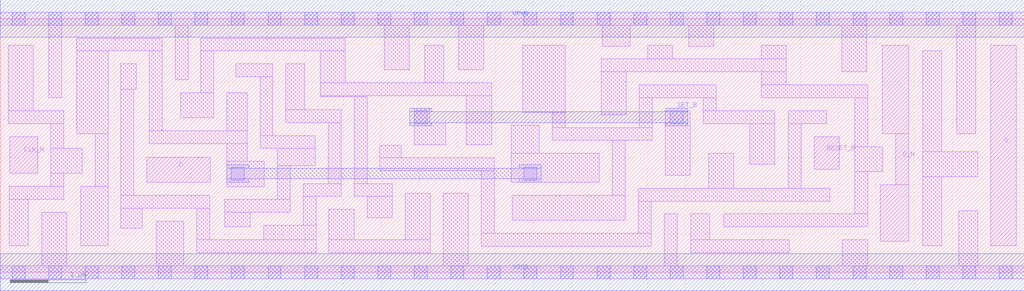
<source format=lef>
# Copyright 2020 The SkyWater PDK Authors
#
# Licensed under the Apache License, Version 2.0 (the "License");
# you may not use this file except in compliance with the License.
# You may obtain a copy of the License at
#
#     https://www.apache.org/licenses/LICENSE-2.0
#
# Unless required by applicable law or agreed to in writing, software
# distributed under the License is distributed on an "AS IS" BASIS,
# WITHOUT WARRANTIES OR CONDITIONS OF ANY KIND, either express or implied.
# See the License for the specific language governing permissions and
# limitations under the License.
#
# SPDX-License-Identifier: Apache-2.0

VERSION 5.7 ;
  NOWIREEXTENSIONATPIN ON ;
  DIVIDERCHAR "/" ;
  BUSBITCHARS "[]" ;
UNITS
  DATABASE MICRONS 200 ;
END UNITS
MACRO sky130_fd_sc_hs__dfbbn_1
  CLASS CORE ;
  FOREIGN sky130_fd_sc_hs__dfbbn_1 ;
  ORIGIN  0.000000  0.000000 ;
  SIZE  13.44000 BY  3.330000 ;
  SYMMETRY X Y ;
  SITE unit ;
  PIN D
    ANTENNAGATEAREA  0.126000 ;
    DIRECTION INPUT ;
    USE SIGNAL ;
    PORT
      LAYER li1 ;
        RECT 1.925000 1.180000 2.755000 1.510000 ;
    END
  END D
  PIN Q
    ANTENNADIFFAREA  0.519000 ;
    DIRECTION OUTPUT ;
    USE SIGNAL ;
    PORT
      LAYER li1 ;
        RECT 13.005000 0.350000 13.340000 2.980000 ;
    END
  END Q
  PIN Q_N
    ANTENNADIFFAREA  0.513400 ;
    DIRECTION OUTPUT ;
    USE SIGNAL ;
    PORT
      LAYER li1 ;
        RECT 11.555000 0.405000 11.925000 1.150000 ;
        RECT 11.575000 1.820000 11.925000 2.980000 ;
        RECT 11.755000 1.150000 11.925000 1.820000 ;
    END
  END Q_N
  PIN RESET_B
    ANTENNAGATEAREA  0.159000 ;
    DIRECTION INPUT ;
    USE SIGNAL ;
    PORT
      LAYER li1 ;
        RECT 10.685000 1.350000 11.015000 1.780000 ;
    END
  END RESET_B
  PIN SET_B
    ANTENNAGATEAREA  0.469500 ;
    DIRECTION INPUT ;
    USE SIGNAL ;
    PORT
      LAYER met1 ;
        RECT 5.375000 1.920000 5.665000 1.965000 ;
        RECT 5.375000 1.965000 9.025000 2.105000 ;
        RECT 5.375000 2.105000 5.665000 2.150000 ;
        RECT 8.735000 1.920000 9.025000 1.965000 ;
        RECT 8.735000 2.105000 9.025000 2.150000 ;
    END
  END SET_B
  PIN CLK_N
    ANTENNAGATEAREA  0.279000 ;
    DIRECTION INPUT ;
    USE CLOCK ;
    PORT
      LAYER li1 ;
        RECT 0.125000 1.300000 0.495000 1.780000 ;
    END
  END CLK_N
  PIN VGND
    DIRECTION INOUT ;
    USE GROUND ;
    PORT
      LAYER met1 ;
        RECT 0.000000 -0.245000 13.440000 0.245000 ;
    END
  END VGND
  PIN VPWR
    DIRECTION INOUT ;
    USE POWER ;
    PORT
      LAYER met1 ;
        RECT 0.000000 3.085000 13.440000 3.575000 ;
    END
  END VPWR
  OBS
    LAYER li1 ;
      RECT  0.000000 -0.085000 13.440000 0.085000 ;
      RECT  0.000000  3.245000 13.440000 3.415000 ;
      RECT  0.105000  1.950000  0.835000 2.120000 ;
      RECT  0.105000  2.120000  0.435000 2.980000 ;
      RECT  0.115000  0.350000  0.365000 0.960000 ;
      RECT  0.115000  0.960000  0.835000 1.130000 ;
      RECT  0.545000  0.085000  0.875000 0.790000 ;
      RECT  0.635000  2.290000  0.805000 3.245000 ;
      RECT  0.665000  1.130000  0.835000 1.300000 ;
      RECT  0.665000  1.300000  1.075000 1.630000 ;
      RECT  0.665000  1.630000  0.835000 1.950000 ;
      RECT  1.005000  1.820000  1.415000 2.905000 ;
      RECT  1.005000  2.905000  2.125000 3.075000 ;
      RECT  1.055000  0.350000  1.415000 1.130000 ;
      RECT  1.245000  1.130000  1.415000 1.820000 ;
      RECT  1.585000  0.575000  1.865000 0.840000 ;
      RECT  1.585000  0.840000  2.750000 1.010000 ;
      RECT  1.585000  1.010000  1.755000 2.405000 ;
      RECT  1.585000  2.405000  1.785000 2.735000 ;
      RECT  1.955000  1.685000  3.240000 1.855000 ;
      RECT  1.955000  1.855000  2.125000 2.905000 ;
      RECT  2.045000  0.085000  2.410000 0.670000 ;
      RECT  2.295000  2.525000  2.465000 3.245000 ;
      RECT  2.370000  2.025000  2.805000 2.355000 ;
      RECT  2.580000  0.255000  4.145000 0.425000 ;
      RECT  2.580000  0.425000  2.750000 0.840000 ;
      RECT  2.635000  2.355000  2.805000 2.905000 ;
      RECT  2.635000  2.905000  4.530000 3.075000 ;
      RECT  2.950000  0.595000  3.280000 0.785000 ;
      RECT  2.950000  0.785000  3.805000 0.955000 ;
      RECT  2.975000  1.125000  3.465000 1.455000 ;
      RECT  2.975000  1.455000  3.240000 1.685000 ;
      RECT  2.975000  1.855000  3.240000 2.355000 ;
      RECT  3.090000  2.565000  3.580000 2.735000 ;
      RECT  3.410000  1.625000  4.135000 1.795000 ;
      RECT  3.410000  1.795000  3.580000 2.565000 ;
      RECT  3.460000  0.425000  4.145000 0.615000 ;
      RECT  3.635000  0.955000  3.805000 1.395000 ;
      RECT  3.635000  1.395000  4.135000 1.625000 ;
      RECT  3.750000  1.965000  4.475000 2.135000 ;
      RECT  3.750000  2.135000  4.000000 2.735000 ;
      RECT  3.975000  0.615000  4.145000 0.995000 ;
      RECT  3.975000  0.995000  4.475000 1.165000 ;
      RECT  4.200000  2.305000  4.815000 2.320000 ;
      RECT  4.200000  2.320000  6.450000 2.490000 ;
      RECT  4.200000  2.490000  4.530000 2.905000 ;
      RECT  4.305000  1.165000  4.475000 1.965000 ;
      RECT  4.315000  0.255000  5.645000 0.425000 ;
      RECT  4.315000  0.425000  4.645000 0.825000 ;
      RECT  4.645000  0.995000  5.145000 1.165000 ;
      RECT  4.645000  1.165000  4.815000 2.305000 ;
      RECT  4.815000  0.715000  5.145000 0.995000 ;
      RECT  4.985000  1.335000  6.485000 1.505000 ;
      RECT  4.985000  1.505000  5.265000 1.665000 ;
      RECT  5.040000  2.660000  5.370000 3.245000 ;
      RECT  5.315000  0.425000  5.645000 1.035000 ;
      RECT  5.435000  1.675000  5.850000 1.960000 ;
      RECT  5.435000  1.960000  5.635000 2.150000 ;
      RECT  5.570000  2.490000  5.820000 2.980000 ;
      RECT  5.815000  0.085000  6.145000 1.035000 ;
      RECT  6.020000  2.660000  6.350000 3.245000 ;
      RECT  6.120000  1.675000  6.450000 2.320000 ;
      RECT  6.315000  0.340000  8.545000 0.510000 ;
      RECT  6.315000  0.510000  6.485000 1.335000 ;
      RECT  6.710000  1.180000  7.865000 1.560000 ;
      RECT  6.710000  1.560000  7.075000 1.930000 ;
      RECT  6.720000  0.680000  8.205000 1.010000 ;
      RECT  6.860000  2.100000  7.415000 2.980000 ;
      RECT  7.245000  1.730000  8.560000 1.900000 ;
      RECT  7.245000  1.900000  7.415000 2.100000 ;
      RECT  7.890000  2.070000  8.220000 2.630000 ;
      RECT  7.890000  2.630000 10.320000 2.800000 ;
      RECT  7.905000  2.970000  8.270000 3.245000 ;
      RECT  8.035000  1.010000  8.205000 1.730000 ;
      RECT  8.375000  0.510000  8.545000 0.935000 ;
      RECT  8.375000  0.935000 10.890000 1.105000 ;
      RECT  8.390000  1.900000  8.560000 2.290000 ;
      RECT  8.390000  2.290000  9.400000 2.460000 ;
      RECT  8.500000  2.800000  8.830000 2.980000 ;
      RECT  8.715000  0.085000  8.885000 0.765000 ;
      RECT  8.730000  1.275000  9.060000 2.120000 ;
      RECT  9.035000  2.970000  9.365000 3.245000 ;
      RECT  9.065000  0.255000 10.360000 0.425000 ;
      RECT  9.065000  0.425000  9.315000 0.765000 ;
      RECT  9.230000  1.950000 10.170000 2.120000 ;
      RECT  9.230000  2.120000  9.400000 2.290000 ;
      RECT  9.300000  1.105000  9.630000 1.560000 ;
      RECT  9.495000  0.595000 11.385000 0.765000 ;
      RECT  9.840000  1.420000 10.170000 1.950000 ;
      RECT  9.990000  2.290000 11.385000 2.460000 ;
      RECT  9.990000  2.460000 10.320000 2.630000 ;
      RECT  9.990000  2.800000 10.320000 2.980000 ;
      RECT 10.345000  1.105000 10.515000 1.950000 ;
      RECT 10.345000  1.950000 10.850000 2.120000 ;
      RECT 11.045000  2.630000 11.375000 3.245000 ;
      RECT 11.055000  0.085000 11.385000 0.425000 ;
      RECT 11.215000  0.765000 11.385000 1.320000 ;
      RECT 11.215000  1.320000 11.585000 1.650000 ;
      RECT 11.215000  1.650000 11.385000 2.290000 ;
      RECT 12.110000  0.350000 12.360000 1.255000 ;
      RECT 12.110000  1.255000 12.835000 1.585000 ;
      RECT 12.110000  1.585000 12.360000 2.910000 ;
      RECT 12.555000  1.820000 12.805000 3.245000 ;
      RECT 12.580000  0.085000 12.830000 0.810000 ;
    LAYER mcon ;
      RECT  0.155000 -0.085000  0.325000 0.085000 ;
      RECT  0.155000  3.245000  0.325000 3.415000 ;
      RECT  0.635000 -0.085000  0.805000 0.085000 ;
      RECT  0.635000  3.245000  0.805000 3.415000 ;
      RECT  1.115000 -0.085000  1.285000 0.085000 ;
      RECT  1.115000  3.245000  1.285000 3.415000 ;
      RECT  1.595000 -0.085000  1.765000 0.085000 ;
      RECT  1.595000  3.245000  1.765000 3.415000 ;
      RECT  2.075000 -0.085000  2.245000 0.085000 ;
      RECT  2.075000  3.245000  2.245000 3.415000 ;
      RECT  2.555000 -0.085000  2.725000 0.085000 ;
      RECT  2.555000  3.245000  2.725000 3.415000 ;
      RECT  3.035000 -0.085000  3.205000 0.085000 ;
      RECT  3.035000  1.210000  3.205000 1.380000 ;
      RECT  3.035000  3.245000  3.205000 3.415000 ;
      RECT  3.515000 -0.085000  3.685000 0.085000 ;
      RECT  3.515000  3.245000  3.685000 3.415000 ;
      RECT  3.995000 -0.085000  4.165000 0.085000 ;
      RECT  3.995000  3.245000  4.165000 3.415000 ;
      RECT  4.475000 -0.085000  4.645000 0.085000 ;
      RECT  4.475000  3.245000  4.645000 3.415000 ;
      RECT  4.955000 -0.085000  5.125000 0.085000 ;
      RECT  4.955000  3.245000  5.125000 3.415000 ;
      RECT  5.435000 -0.085000  5.605000 0.085000 ;
      RECT  5.435000  1.950000  5.605000 2.120000 ;
      RECT  5.435000  3.245000  5.605000 3.415000 ;
      RECT  5.915000 -0.085000  6.085000 0.085000 ;
      RECT  5.915000  3.245000  6.085000 3.415000 ;
      RECT  6.395000 -0.085000  6.565000 0.085000 ;
      RECT  6.395000  3.245000  6.565000 3.415000 ;
      RECT  6.875000 -0.085000  7.045000 0.085000 ;
      RECT  6.875000  1.210000  7.045000 1.380000 ;
      RECT  6.875000  3.245000  7.045000 3.415000 ;
      RECT  7.355000 -0.085000  7.525000 0.085000 ;
      RECT  7.355000  3.245000  7.525000 3.415000 ;
      RECT  7.835000 -0.085000  8.005000 0.085000 ;
      RECT  7.835000  3.245000  8.005000 3.415000 ;
      RECT  8.315000 -0.085000  8.485000 0.085000 ;
      RECT  8.315000  3.245000  8.485000 3.415000 ;
      RECT  8.795000 -0.085000  8.965000 0.085000 ;
      RECT  8.795000  1.950000  8.965000 2.120000 ;
      RECT  8.795000  3.245000  8.965000 3.415000 ;
      RECT  9.275000 -0.085000  9.445000 0.085000 ;
      RECT  9.275000  3.245000  9.445000 3.415000 ;
      RECT  9.755000 -0.085000  9.925000 0.085000 ;
      RECT  9.755000  3.245000  9.925000 3.415000 ;
      RECT 10.235000 -0.085000 10.405000 0.085000 ;
      RECT 10.235000  3.245000 10.405000 3.415000 ;
      RECT 10.715000 -0.085000 10.885000 0.085000 ;
      RECT 10.715000  3.245000 10.885000 3.415000 ;
      RECT 11.195000 -0.085000 11.365000 0.085000 ;
      RECT 11.195000  3.245000 11.365000 3.415000 ;
      RECT 11.675000 -0.085000 11.845000 0.085000 ;
      RECT 11.675000  3.245000 11.845000 3.415000 ;
      RECT 12.155000 -0.085000 12.325000 0.085000 ;
      RECT 12.155000  3.245000 12.325000 3.415000 ;
      RECT 12.635000 -0.085000 12.805000 0.085000 ;
      RECT 12.635000  3.245000 12.805000 3.415000 ;
      RECT 13.115000 -0.085000 13.285000 0.085000 ;
      RECT 13.115000  3.245000 13.285000 3.415000 ;
    LAYER met1 ;
      RECT 2.975000 1.180000 3.265000 1.225000 ;
      RECT 2.975000 1.225000 7.105000 1.365000 ;
      RECT 2.975000 1.365000 3.265000 1.410000 ;
      RECT 6.815000 1.180000 7.105000 1.225000 ;
      RECT 6.815000 1.365000 7.105000 1.410000 ;
  END
END sky130_fd_sc_hs__dfbbn_1
END LIBRARY

</source>
